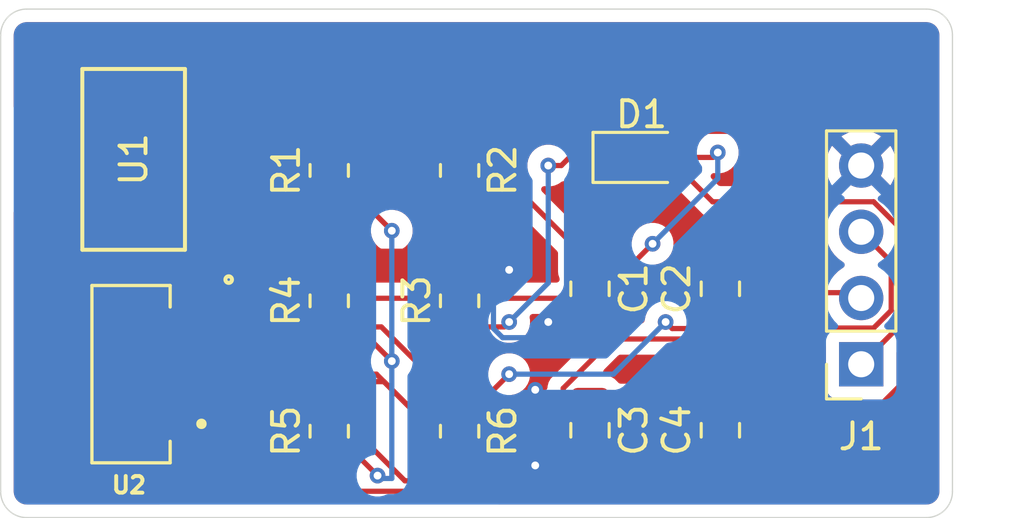
<source format=kicad_pcb>
(kicad_pcb (version 20241229) (generator "pcbnew") (generator_version "9.0")
  (layers (0 "F.Cu" signal) (2 "B.Cu" signal) (13 "F.Paste" user) (15 "B.Paste" user) (5 "F.SilkS" user "F.Silkscreen") (7 "B.SilkS" user "B.Silkscreen") (1 "F.Mask" user) (3 "B.Mask" user) (25 "Edge.Cuts" user))
  (net 0 "")
  (net 1 "+5V")
  (net 2 "GND")
  (net 3 "+3.3V")
  (net 4 "Net-(U2-VDD)")
  (net 5 "Net-(D1-K)")
  (net 6 "/SDA")
  (net 7 "/SCL")
  (net 8 "Net-(U1-ADJUST)")
  (footprint "Resistor_SMD:R_0805_2012Metric_Pad1.20x1.40mm_HandSolder" (layer "F.Cu") (at 148.1 79.18855 90)
    (property "Reference" "R1" (at 0 -1.65 90) (layer "F.SilkS"))
    (property "Value" "240")
    (fp_line (start -0.227064 -0.735) (end 0.227064 -0.735) (stroke (width 0.12)) (layer "F.SilkS"))
    (fp_line (start -0.227064 0.735) (end 0.227064 0.735) (stroke (width 0.12)) (layer "F.SilkS"))
    (pad "1" smd roundrect (at -1 0 90) (size 1.2 1.4) (layers "F.Cu" "F.Mask" "F.Paste") (roundrect_rratio 0.208333) (net 3 "+3.3V"))
    (pad "2" smd roundrect (at 1 0 90) (size 1.2 1.4) (layers "F.Cu" "F.Mask" "F.Paste") (roundrect_rratio 0.208333) (net 8 "Net-(U1-ADJUST)"))
  )
  (footprint "VEML7700_TT:XDCR_VEML7700-TT" (layer "F.Cu") (at 140.5 87 180)
    (property "Reference" "U2" (at 0.082 -4.2564 0) (layer "F.SilkS") (effects (font (size 0.64 0.64))))
    (property "Value" "VEML7700-TT")
    (fp_line (start 1.5 3.4) (end -1.5 3.4) (stroke (width 0.127)) (layer "F.SilkS"))
    (fp_line (start 1.5 -3.4) (end 1.5 3.4) (stroke (width 0.127)) (layer "F.SilkS"))
    (fp_line (start -1.5 3.4) (end -1.5 2.575) (stroke (width 0.127)) (layer "F.SilkS"))
    (fp_line (start -1.5 -2.575) (end -1.5 -3.4) (stroke (width 0.127)) (layer "F.SilkS"))
    (fp_line (start -1.5 -3.4) (end 1.5 -3.4) (stroke (width 0.127)) (layer "F.SilkS"))
    (fp_circle (center -2.7 -1.905) (end -2.6 -1.905) (stroke (width 0.2)) (fill no) (layer "F.SilkS"))
    (pad "1" smd rect (at -0.9 -1.905 180) (size 1.6 0.7) (layers "F.Cu" "F.Mask" "F.Paste") (net 7 "/SCL"))
    (pad "2" smd rect (at -0.9 -0.635 180) (size 1.6 0.7) (layers "F.Cu" "F.Mask" "F.Paste") (net 4 "Net-(U2-VDD)"))
    (pad "3" smd rect (at -0.9 0.635 180) (size 1.6 0.7) (layers "F.Cu" "F.Mask" "F.Paste") (net 2 "GND"))
    (pad "4" smd rect (at -0.9 1.905 180) (size 1.6 0.7) (layers "F.Cu" "F.Mask" "F.Paste") (net 6 "/SDA"))
  )
  (footprint "Resistor_SMD:R_0805_2012Metric_Pad1.20x1.40mm_HandSolder" (layer "F.Cu") (at 148.1 89.18855 90)
    (property "Reference" "R5" (at 0 -1.65 90) (layer "F.SilkS"))
    (property "Value" "4.7k")
    (fp_line (start -0.227064 -0.735) (end 0.227064 -0.735) (stroke (width 0.12)) (layer "F.SilkS"))
    (fp_line (start -0.227064 0.735) (end 0.227064 0.735) (stroke (width 0.12)) (layer "F.SilkS"))
    (pad "1" smd roundrect (at -1 0 90) (size 1.2 1.4) (layers "F.Cu" "F.Mask" "F.Paste") (roundrect_rratio 0.208333) (net 3 "+3.3V"))
    (pad "2" smd roundrect (at 1 0 90) (size 1.2 1.4) (layers "F.Cu" "F.Mask" "F.Paste") (roundrect_rratio 0.208333) (net 7 "/SCL"))
  )
  (footprint "footprints:SOT223-3_ONS" (layer "F.Cu") (at 140.6 78.76355 90)
    (property "Reference" "U1" (at 0 0 90) (layer "F.SilkS"))
    (property "Value" "LM317MBSTT3G")
    (fp_poly (pts (xy 1.6256 -4.0005) (xy -1.6256 -4.0005) (xy -1.6256 -2.4511) (xy 1.6256 -2.4511)) (fill yes) (layer "F.Cu"))
    (fp_line (start 3.4671 -1.9685) (end -3.4671 -1.9685) (stroke (width 0.1524)) (layer "F.SilkS"))
    (fp_line (start -3.4671 -1.9685) (end -3.4671 1.9685) (stroke (width 0.1524)) (layer "F.SilkS"))
    (fp_line (start 3.4671 1.9685) (end 3.4671 -1.9685) (stroke (width 0.1524)) (layer "F.SilkS"))
    (fp_line (start -3.4671 1.9685) (end 3.4671 1.9685) (stroke (width 0.1524)) (layer "F.SilkS"))
    (fp_circle (center -4.6101 3.6449) (end -4.4831 3.6449) (stroke (width 0.1524)) (fill no) (layer "F.SilkS"))
    (pad "1" smd rect (at -2.2987 3.2258 90) (size 0.6096 1.5494) (layers "F.Cu" "F.Mask" "F.Paste") (net 8 "Net-(U1-ADJUST)"))
    (pad "2" smd rect (at 0 3.2258 90) (size 0.6096 1.5494) (layers "F.Cu" "F.Mask" "F.Paste") (net 3 "+3.3V"))
    (pad "3" smd rect (at 2.2987 3.2258 90) (size 0.6096 1.5494) (layers "F.Cu" "F.Mask" "F.Paste") (net 1 "+5V"))
  )
  (footprint "Capacitor_SMD:C_0805_2012Metric_Pad1.18x1.45mm_HandSolder" (layer "F.Cu") (at 163.1 83.72605 90)
    (property "Reference" "C2" (at 0 -1.68 90) (layer "F.SilkS"))
    (property "Value" "1.0uF")
    (fp_line (start -0.261252 -0.735) (end 0.261252 -0.735) (stroke (width 0.12)) (layer "F.SilkS"))
    (fp_line (start -0.261252 0.735) (end 0.261252 0.735) (stroke (width 0.12)) (layer "F.SilkS"))
    (pad "1" smd roundrect (at -1.0375 0 90) (size 1.175 1.45) (layers "F.Cu" "F.Mask" "F.Paste") (roundrect_rratio 0.212766) (net 3 "+3.3V"))
    (pad "2" smd roundrect (at 1.0375 0 90) (size 1.175 1.45) (layers "F.Cu" "F.Mask" "F.Paste") (roundrect_rratio 0.212766) (net 2 "GND"))
  )
  (footprint "Connector_PinSocket_2.54mm:PinSocket_1x04_P2.54mm_Vertical" (layer "F.Cu") (at 168.5 86.62 180)
    (property "Reference" "J1" (at 0 -2.77 0) (layer "F.SilkS"))
    (property "Value" "Conn_01x04_Pin")
    (fp_line (start 1.33 1.27) (end 1.33 8.95) (stroke (width 0.12)) (layer "F.SilkS"))
    (fp_line (start 1.33 -1.33) (end 1.33 0) (stroke (width 0.12)) (layer "F.SilkS"))
    (fp_line (start 0 -1.33) (end 1.33 -1.33) (stroke (width 0.12)) (layer "F.SilkS"))
    (fp_line (start -1.33 8.95) (end 1.33 8.95) (stroke (width 0.12)) (layer "F.SilkS"))
    (fp_line (start -1.33 1.27) (end 1.33 1.27) (stroke (width 0.12)) (layer "F.SilkS"))
    (fp_line (start -1.33 1.27) (end -1.33 8.95) (stroke (width 0.12)) (layer "F.SilkS"))
    (pad "1" thru_hole rect (at 0 0 180) (size 1.7 1.7) (drill 1) (layers "*.Cu" "*.Mask") (net 1 "+5V"))
    (pad "2" thru_hole circle (at 0 2.54 180) (size 1.7 1.7) (drill 1) (layers "*.Cu" "*.Mask") (net 6 "/SDA"))
    (pad "3" thru_hole circle (at 0 5.08 180) (size 1.7 1.7) (drill 1) (layers "*.Cu" "*.Mask") (net 7 "/SCL"))
    (pad "4" thru_hole circle (at 0 7.62 180) (size 1.7 1.7) (drill 1) (layers "*.Cu" "*.Mask") (net 2 "GND"))
  )
  (footprint "Resistor_SMD:R_0805_2012Metric_Pad1.20x1.40mm_HandSolder" (layer "F.Cu") (at 153.1 89.18855 -90)
    (property "Reference" "R6" (at 0 -1.65 90) (layer "F.SilkS"))
    (property "Value" "10")
    (fp_line (start -0.227064 0.735) (end 0.227064 0.735) (stroke (width 0.12)) (layer "F.SilkS"))
    (fp_line (start -0.227064 -0.735) (end 0.227064 -0.735) (stroke (width 0.12)) (layer "F.SilkS"))
    (pad "1" smd roundrect (at -1 0 270) (size 1.2 1.4) (layers "F.Cu" "F.Mask" "F.Paste") (roundrect_rratio 0.208333) (net 3 "+3.3V"))
    (pad "2" smd roundrect (at 1 0 270) (size 1.2 1.4) (layers "F.Cu" "F.Mask" "F.Paste") (roundrect_rratio 0.208333) (net 4 "Net-(U2-VDD)"))
  )
  (footprint "Capacitor_SMD:C_0805_2012Metric_Pad1.18x1.45mm_HandSolder" (layer "F.Cu") (at 158.1 89.15105 -90)
    (property "Reference" "C3" (at 0 -1.68 90) (layer "F.SilkS"))
    (property "Value" "10uF")
    (fp_line (start -0.261252 0.735) (end 0.261252 0.735) (stroke (width 0.12)) (layer "F.SilkS"))
    (fp_line (start -0.261252 -0.735) (end 0.261252 -0.735) (stroke (width 0.12)) (layer "F.SilkS"))
    (pad "1" smd roundrect (at -1.0375 0 270) (size 1.175 1.45) (layers "F.Cu" "F.Mask" "F.Paste") (roundrect_rratio 0.212766) (net 4 "Net-(U2-VDD)"))
    (pad "2" smd roundrect (at 1.0375 0 270) (size 1.175 1.45) (layers "F.Cu" "F.Mask" "F.Paste") (roundrect_rratio 0.212766) (net 2 "GND"))
  )
  (footprint "LED_SMD:LED_0805_2012Metric_Pad1.15x1.40mm_HandSolder" (layer "F.Cu") (at 160.075 78.68855)
    (property "Reference" "D1" (at 0 -1.65 0) (layer "F.SilkS"))
    (property "Value" "LED")
    (fp_line (start -1.86 -0.96) (end -1.86 0.96) (stroke (width 0.12)) (layer "F.SilkS"))
    (fp_line (start -1.86 0.96) (end 1 0.96) (stroke (width 0.12)) (layer "F.SilkS"))
    (fp_line (start 1 -0.96) (end -1.86 -0.96) (stroke (width 0.12)) (layer "F.SilkS"))
    (pad "1" smd roundrect (at -1.025 0) (size 1.15 1.4) (layers "F.Cu" "F.Mask" "F.Paste") (roundrect_rratio 0.217391) (net 5 "Net-(D1-K)"))
    (pad "2" smd roundrect (at 1.025 0) (size 1.15 1.4) (layers "F.Cu" "F.Mask" "F.Paste") (roundrect_rratio 0.217391) (net 1 "+5V"))
  )
  (footprint "Resistor_SMD:R_0805_2012Metric_Pad1.20x1.40mm_HandSolder" (layer "F.Cu") (at 153.1 84.18855 90)
    (property "Reference" "R3" (at 0 -1.65 90) (layer "F.SilkS"))
    (property "Value" "R")
    (fp_line (start -0.227064 -0.735) (end 0.227064 -0.735) (stroke (width 0.12)) (layer "F.SilkS"))
    (fp_line (start -0.227064 0.735) (end 0.227064 0.735) (stroke (width 0.12)) (layer "F.SilkS"))
    (pad "1" smd roundrect (at -1 0 90) (size 1.2 1.4) (layers "F.Cu" "F.Mask" "F.Paste") (roundrect_rratio 0.208333) (net 5 "Net-(D1-K)"))
    (pad "2" smd roundrect (at 1 0 90) (size 1.2 1.4) (layers "F.Cu" "F.Mask" "F.Paste") (roundrect_rratio 0.208333) (net 2 "GND"))
  )
  (footprint "Resistor_SMD:R_0805_2012Metric_Pad1.20x1.40mm_HandSolder" (layer "F.Cu") (at 153.1 79.18855 -90)
    (property "Reference" "R2" (at 0 -1.65 90) (layer "F.SilkS"))
    (property "Value" "390")
    (fp_line (start -0.227064 0.735) (end 0.227064 0.735) (stroke (width 0.12)) (layer "F.SilkS"))
    (fp_line (start -0.227064 -0.735) (end 0.227064 -0.735) (stroke (width 0.12)) (layer "F.SilkS"))
    (pad "1" smd roundrect (at -1 0 270) (size 1.2 1.4) (layers "F.Cu" "F.Mask" "F.Paste") (roundrect_rratio 0.208333) (net 8 "Net-(U1-ADJUST)"))
    (pad "2" smd roundrect (at 1 0 270) (size 1.2 1.4) (layers "F.Cu" "F.Mask" "F.Paste") (roundrect_rratio 0.208333) (net 2 "GND"))
  )
  (footprint "Capacitor_SMD:C_0805_2012Metric_Pad1.18x1.45mm_HandSolder" (layer "F.Cu") (at 163.1 89.15105 90)
    (property "Reference" "C4" (at 0 -1.68 90) (layer "F.SilkS"))
    (property "Value" "100nF")
    (fp_line (start -0.261252 -0.735) (end 0.261252 -0.735) (stroke (width 0.12)) (layer "F.SilkS"))
    (fp_line (start -0.261252 0.735) (end 0.261252 0.735) (stroke (width 0.12)) (layer "F.SilkS"))
    (pad "1" smd roundrect (at -1.0375 0 90) (size 1.175 1.45) (layers "F.Cu" "F.Mask" "F.Paste") (roundrect_rratio 0.212766) (net 4 "Net-(U2-VDD)"))
    (pad "2" smd roundrect (at 1.0375 0 90) (size 1.175 1.45) (layers "F.Cu" "F.Mask" "F.Paste") (roundrect_rratio 0.212766) (net 2 "GND"))
  )
  (footprint "Resistor_SMD:R_0805_2012Metric_Pad1.20x1.40mm_HandSolder" (layer "F.Cu") (at 148.1 84.18855 90)
    (property "Reference" "R4" (at 0 -1.65 90) (layer "F.SilkS"))
    (property "Value" "4.7k")
    (fp_line (start -0.227064 -0.735) (end 0.227064 -0.735) (stroke (width 0.12)) (layer "F.SilkS"))
    (fp_line (start -0.227064 0.735) (end 0.227064 0.735) (stroke (width 0.12)) (layer "F.SilkS"))
    (pad "1" smd roundrect (at -1 0 90) (size 1.2 1.4) (layers "F.Cu" "F.Mask" "F.Paste") (roundrect_rratio 0.208333) (net 3 "+3.3V"))
    (pad "2" smd roundrect (at 1 0 90) (size 1.2 1.4) (layers "F.Cu" "F.Mask" "F.Paste") (roundrect_rratio 0.208333) (net 6 "/SDA"))
  )
  (footprint "Capacitor_SMD:C_0805_2012Metric_Pad1.18x1.45mm_HandSolder" (layer "F.Cu") (at 158.1 83.72605 -90)
    (property "Reference" "C1" (at 0 -1.68 90) (layer "F.SilkS"))
    (property "Value" "0.1uF")
    (fp_line (start -0.261252 0.735) (end 0.261252 0.735) (stroke (width 0.12)) (layer "F.SilkS"))
    (fp_line (start -0.261252 -0.735) (end 0.261252 -0.735) (stroke (width 0.12)) (layer "F.SilkS"))
    (pad "1" smd roundrect (at -1.0375 0 270) (size 1.175 1.45) (layers "F.Cu" "F.Mask" "F.Paste") (roundrect_rratio 0.212766) (net 1 "+5V"))
    (pad "2" smd roundrect (at 1.0375 0 270) (size 1.175 1.45) (layers "F.Cu" "F.Mask" "F.Paste") (roundrect_rratio 0.212766) (net 2 "GND"))
  )
  (gr_arc (start 135.5 74) (mid 135.792893 73.292893) (end 136.5 73) (stroke (width 0.05)) (layer "Edge.Cuts"))
  (gr_line (start 136.5 73) (end 171 73) (stroke (width 0.05)) (layer "Edge.Cuts"))
  (gr_line (start 171 92.5) (end 136.5 92.5) (stroke (width 0.05)) (layer "Edge.Cuts"))
  (gr_line (start 172 74) (end 172 91.5) (stroke (width 0.05)) (layer "Edge.Cuts"))
  (gr_arc (start 136.5 92.5) (mid 135.792893 92.207107) (end 135.5 91.5) (stroke (width 0.05)) (layer "Edge.Cuts"))
  (gr_line (start 135.5 91.5) (end 135.5 74) (stroke (width 0.05)) (layer "Edge.Cuts"))
  (gr_arc (start 172 91.5) (mid 171.707107 92.207107) (end 171 92.5) (stroke (width 0.05)) (layer "Edge.Cuts"))
  (gr_arc (start 171 73) (mid 171.707107 73.292893) (end 172 74) (stroke (width 0.05)) (layer "Edge.Cuts"))
  (segment (start 162.81145 78.68855) (end 163 78.5) (width 0.2) (layer "F.Cu") (net 1))
  (segment (start 162.80045 80.389) (end 168.97676 80.389) (width 0.2) (layer "F.Cu") (net 1))
  (segment (start 154.501 79.08955) (end 146.4505 79.08955) (width 0.2) (layer "F.Cu") (net 1))
  (segment (start 146.4505 79.08955) (end 143.8258 76.46485) (width 0.2) (layer "F.Cu") (net 1))
  (segment (start 159.81145 82.68855) (end 158.1 82.68855) (width 0.2) (layer "F.Cu") (net 1))
  (segment (start 160.5 82) (end 159.81145 82.68855) (width 0.2) (layer "F.Cu") (net 1))
  (segment (start 158.1 82.68855) (end 154.501 79.08955) (width 0.2) (layer "F.Cu") (net 1))
  (segment (start 170.052 85.068) (end 168.5 86.62) (width 0.2) (layer "F.Cu") (net 1))
  (segment (start 161.1 78.68855) (end 162.80045 80.389) (width 0.2) (layer "F.Cu") (net 1))
  (segment (start 170.052 81.46424) (end 170.052 85.068) (width 0.2) (layer "F.Cu") (net 1))
  (segment (start 161.1 78.68855) (end 162.81145 78.68855) (width 0.2) (layer "F.Cu") (net 1))
  (segment (start 168.97676 80.389) (end 170.052 81.46424) (width 0.2) (layer "F.Cu") (net 1))
  (via (at 160.5 82) (size 0.6) (drill 0.3) (layers "F.Cu" "B.Cu") (net 1))
  (via (at 163 78.5) (size 0.6) (drill 0.3) (layers "F.Cu" "B.Cu") (net 1))
  (segment (start 163 78.5) (end 163 79.5) (width 0.2) (layer "B.Cu") (net 1))
  (segment (start 163 79.5) (end 160.5 82) (width 0.2) (layer "B.Cu") (net 1))
  (segment (start 140.299 85.746) (end 140.299 84.444) (width 0.2) (layer "F.Cu") (net 2))
  (segment (start 156.5 85) (end 157.86355 85) (width 0.2) (layer "F.Cu") (net 2))
  (segment (start 153.1 83.18855) (end 154.81145 83.18855) (width 0.2) (layer "F.Cu") (net 2))
  (segment (start 164.5 89.51355) (end 163.1 88.11355) (width 0.2) (layer "F.Cu") (net 2))
  (segment (start 157.86355 85) (end 158.1 84.76355) (width 0.2) (layer "F.Cu") (net 2))
  (segment (start 158.1 90.18855) (end 158.9885 91.07705) (width 0.2) (layer "F.Cu") (net 2))
  (segment (start 163.81016 91.07705) (end 164.5 90.38721) (width 0.2) (layer "F.Cu") (net 2))
  (segment (start 140.299 84.444) (end 142.45545 82.28755) (width 0.2) (layer "F.Cu") (net 2))
  (segment (start 153.1 80.18855) (end 153.1 83.18855) (width 0.2) (layer "F.Cu") (net 2))
  (segment (start 156 87.5) (end 156 87.6) (width 0.2) (layer "F.Cu") (net 2))
  (segment (start 170.453 80.953) (end 168.5 79) (width 0.2) (layer "F.Cu") (net 2))
  (segment (start 158.9885 91.07705) (end 163.81016 91.07705) (width 0.2) (layer "F.Cu") (net 2))
  (segment (start 160.224 79.81255) (end 160.224 78.00339) (width 0.2) (layer "F.Cu") (net 2))
  (segment (start 169.30845 88.11355) (end 170.453 86.969) (width 0.2) (layer "F.Cu") (net 2))
  (segment (start 158.1 84.76355) (end 158.1 85.4) (width 0.2) (layer "F.Cu") (net 2))
  (segment (start 158.1 85.4) (end 156 87.5) (width 0.2) (layer "F.Cu") (net 2))
  (segment (start 152.199 82.28755) (end 153.1 83.18855) (width 0.2) (layer "F.Cu") (net 2))
  (segment (start 140.918 86.365) (end 140.299 85.746) (width 0.2) (layer "F.Cu") (net 2))
  (segment (start 163.1 88.11355) (end 169.30845 88.11355) (width 0.2) (layer "F.Cu") (net 2))
  (segment (start 154.81145 83.18855) (end 155 83) (width 0.2) (layer "F.Cu") (net 2))
  (segment (start 156 90.5) (end 156.5 90.5) (width 0.2) (layer "F.Cu") (net 2))
  (segment (start 163.1 82.68855) (end 160.224 79.81255) (width 0.2) (layer "F.Cu") (net 2))
  (segment (start 170.453 86.969) (end 170.453 80.953) (width 0.2) (layer "F.Cu") (net 2))
  (segment (start 164.5 90.38721) (end 164.5 89.51355) (width 0.2) (layer "F.Cu") (net 2))
  (segment (start 167.18755 77.68755) (end 168.5 79) (width 0.2) (layer "F.Cu") (net 2))
  (segment (start 160.224 78.00339) (end 160.53984 77.68755) (width 0.2) (layer "F.Cu") (net 2))
  (segment (start 156.5 90.5) (end 156.81145 90.18855) (width 0.2) (layer "F.Cu") (net 2))
  (segment (start 160.53984 77.68755) (end 167.18755 77.68755) (width 0.2) (layer "F.Cu") (net 2))
  (segment (start 142.45545 82.28755) (end 152.199 82.28755) (width 0.2) (layer "F.Cu") (net 2))
  (segment (start 141.4 86.365) (end 140.918 86.365) (width 0.2) (layer "F.Cu") (net 2))
  (segment (start 156.81145 90.18855) (end 158.1 90.18855) (width 0.2) (layer "F.Cu") (net 2))
  (via (at 156 87.6) (size 0.6) (drill 0.3) (layers "F.Cu" "B.Cu") (net 2))
  (via (at 156 90.5) (size 0.6) (drill 0.3) (layers "F.Cu" "B.Cu") (net 2))
  (via (at 156.5 85) (size 0.6) (drill 0.3) (layers "F.Cu" "B.Cu") (net 2))
  (via (at 155 83) (size 0.6) (drill 0.3) (layers "F.Cu" "B.Cu") (net 2))
  (segment (start 155 83) (end 154.399 83.601) (width 0.2) (layer "B.Cu") (net 2))
  (segment (start 156 87.6) (end 156 90.5) (width 0.2) (layer "B.Cu") (net 2))
  (segment (start 154.399 85.248943) (end 154.751057 85.601) (width 0.2) (layer "B.Cu") (net 2))
  (segment (start 154.751057 85.601) (end 155.899 85.601) (width 0.2) (layer "B.Cu") (net 2))
  (segment (start 154.399 83.601) (end 154.399 85.248943) (width 0.2) (layer "B.Cu") (net 2))
  (segment (start 155.899 85.601) (end 156.5 85) (width 0.2) (layer "B.Cu") (net 2))
  (segment (start 143.8258 78.76355) (end 145.2508 80.18855) (width 0.2) (layer "F.Cu") (net 3))
  (segment (start 163.1 84.76355) (end 163.501 85.16455) (width 0.2) (layer "F.Cu") (net 3))
  (segment (start 155 87) (end 153.81145 88.18855) (width 0.2) (layer "F.Cu") (net 3))
  (segment (start 145.2508 80.18855) (end 148.1 80.18855) (width 0.2) (layer "F.Cu") (net 3))
  (segment (start 149.18855 85.18855) (end 148.1 85.18855) (width 0.2) (layer "F.Cu") (net 3))
  (segment (start 163.1 84.76355) (end 162.6125 85.25105) (width 0.2) (layer "F.Cu") (net 3))
  (segment (start 148.1 80.18855) (end 149.18855 80.18855) (width 0.2) (layer "F.Cu") (net 3))
  (segment (start 149.251473 90.18855) (end 148.1 90.18855) (width 0.2) (layer "F.Cu") (net 3))
  (segment (start 149.18855 80.18855) (end 150.5 81.5) (width 0.2) (layer "F.Cu") (net 3))
  (segment (start 148.1 85.18855) (end 150.1 85.18855) (width 0.2) (layer "F.Cu") (net 3))
  (segment (start 150.1 85.18855) (end 153.1 88.18855) (width 0.2) (layer "F.Cu") (net 3))
  (segment (start 149.953473 90.89055) (end 149.251473 90.18855) (width 0.2) (layer "F.Cu") (net 3))
  (segment (start 148.1 85.62145) (end 148.1 85.18855) (width 0.2) (layer "F.Cu") (net 3))
  (segment (start 161.25105 85.25105) (end 161 85) (width 0.2) (layer "F.Cu") (net 3))
  (segment (start 153.81145 88.18855) (end 153.1 88.18855) (width 0.2) (layer "F.Cu") (net 3))
  (segment (start 162.6125 85.25105) (end 161.25105 85.25105) (width 0.2) (layer "F.Cu") (net 3))
  (segment (start 150.5 86.5) (end 149.18855 85.18855) (width 0.2) (layer "F.Cu") (net 3))
  (via (at 149.953473 90.89055) (size 0.6) (drill 0.3) (layers "F.Cu" "B.Cu") (net 3))
  (via (at 161 85) (size 0.6) (drill 0.3) (layers "F.Cu" "B.Cu") (net 3))
  (via (at 150.5 81.5) (size 0.6) (drill 0.3) (layers "F.Cu" "B.Cu") (net 3))
  (via (at 155 87) (size 0.6) (drill 0.3) (layers "F.Cu" "B.Cu") (net 3))
  (via (at 150.5 86.5) (size 0.6) (drill 0.3) (layers "F.Cu" "B.Cu") (net 3))
  (segment (start 150.5 91) (end 150.062923 91) (width 0.2) (layer "B.Cu") (net 3))
  (segment (start 150.062923 91) (end 149.953473 90.89055) (width 0.2) (layer "B.Cu") (net 3))
  (segment (start 159 87) (end 155 87) (width 0.2) (layer "B.Cu") (net 3))
  (segment (start 150.5 86.5) (end 150.5 91) (width 0.2) (layer "B.Cu") (net 3))
  (segment (start 150.5 81.5) (end 150.5 86.5) (width 0.2) (layer "B.Cu") (net 3))
  (segment (start 161 85) (end 159 87) (width 0.2) (layer "B.Cu") (net 3))
  (segment (start 140.299 89.556) (end 140.299 88.254) (width 0.2) (layer "F.Cu") (net 4))
  (segment (start 150.199 87.28755) (end 153.1 90.18855) (width 0.2) (layer "F.Cu") (net 4))
  (segment (start 161.025 88.11355) (end 163.1 90.18855) (width 0.2) (layer "F.Cu") (net 4))
  (segment (start 158.1 88.11355) (end 161.025 88.11355) (width 0.2) (layer "F.Cu") (net 4))
  (segment (start 141.4 87.635) (end 141.85 87.635) (width 0.2) (layer "F.Cu") (net 4))
  (segment (start 141.85 87.635) (end 142.485 87) (width 0.2) (layer "F.Cu") (net 4))
  (segment (start 153.95126 91.49055) (end 142.23355 91.49055) (width 0.2) (layer "F.Cu") (net 4))
  (segment (start 163.1 90.18855) (end 160.87826 87.96681) (width 0.2) (layer "F.Cu") (net 4))
  (segment (start 142.485 87) (end 149.91145 87) (width 0.2) (layer "F.Cu") (net 4))
  (segment (start 149.91145 87) (end 153.1 90.18855) (width 0.2) (layer "F.Cu") (net 4))
  (segment (start 157.475 87.96681) (end 153.95126 91.49055) (width 0.2) (layer "F.Cu") (net 4))
  (segment (start 160.87826 87.96681) (end 157.475 87.96681) (width 0.2) (layer "F.Cu") (net 4))
  (segment (start 140.299 88.254) (end 141.26545 87.28755) (width 0.2) (layer "F.Cu") (net 4))
  (segment (start 141.26545 87.28755) (end 150.199 87.28755) (width 0.2) (layer "F.Cu") (net 4))
  (segment (start 142.23355 91.49055) (end 140.299 89.556) (width 0.2) (layer "F.Cu") (net 4))
  (segment (start 154.81145 85.18855) (end 155 85) (width 0.2) (layer "F.Cu") (net 5))
  (segment (start 153.1 85.18855) (end 153.126 85.21455) (width 0.2) (layer "F.Cu") (net 5))
  (segment (start 153.1 85.18855) (end 154.81145 85.18855) (width 0.2) (layer "F.Cu") (net 5))
  (segment (start 156.5 79) (end 157 79) (width 0.2) (layer "F.Cu") (net 5))
  (segment (start 157.31145 78.68855) (end 159.05 78.68855) (width 0.2) (layer "F.Cu") (net 5))
  (segment (start 157 79) (end 157.31145 78.68855) (width 0.2) (layer "F.Cu") (net 5))
  (via (at 156.5 79) (size 0.6) (drill 0.3) (layers "F.Cu" "B.Cu") (net 5))
  (via (at 155 85) (size 0.6) (drill 0.3) (layers "F.Cu" "B.Cu") (net 5))
  (segment (start 156.5 83.5) (end 156.5 79) (width 0.2) (layer "B.Cu") (net 5))
  (segment (start 155 85) (end 156.5 83.5) (width 0.2) (layer "B.Cu") (net 5))
  (segment (start 149.001 84.08955) (end 157.17534 84.08955) (width 0.2) (layer "F.Cu") (net 6))
  (segment (start 146.19355 85.095) (end 148.1 83.18855) (width 0.2) (layer "F.Cu") (net 6))
  (segment (start 141.4 85.095) (end 146.19355 85.095) (width 0.2) (layer "F.Cu") (net 6))
  (segment (start 168.29505 83.87505) (end 168.5 84.08) (width 0.2) (layer "F.Cu") (net 6))
  (segment (start 148.1 83.18855) (end 149.001 84.08955) (width 0.2) (layer "F.Cu") (net 6))
  (segment (start 157.17534 84.08955) (end 157.38984 83.87505) (width 0.2) (layer "F.Cu") (net 6))
  (segment (start 148.1 83.18855) (end 148.1 82.85579) (width 0.2) (layer "F.Cu") (net 6))
  (segment (start 157.38984 83.87505) (end 168.29505 83.87505) (width 0.2) (layer "F.Cu") (net 6))
  (segment (start 153.78516 91.08955) (end 157.074 87.80071) (width 0.2) (layer "F.Cu") (net 7))
  (segment (start 157.074 87.80071) (end 157.074 87.54089) (width 0.2) (layer "F.Cu") (net 7))
  (segment (start 141.4 88.905) (end 147.38355 88.905) (width 0.2) (layer "F.Cu") (net 7))
  (segment (start 169.651 82.691) (end 168.5 81.54) (width 0.2) (layer "F.Cu") (net 7))
  (segment (start 158.96284 85.65205) (end 164.124 85.65205) (width 0.2) (layer "F.Cu") (net 7))
  (segment (start 164.124 85.65205) (end 164.54505 85.231) (width 0.2) (layer "F.Cu") (net 7))
  (segment (start 164.54505 85.231) (end 168.97676 85.231) (width 0.2) (layer "F.Cu") (net 7))
  (segment (start 148.1 88.18855) (end 151.001 91.08955) (width 0.2) (layer "F.Cu") (net 7))
  (segment (start 157.074 87.54089) (end 158.96284 85.65205) (width 0.2) (layer "F.Cu") (net 7))
  (segment (start 169.651 84.55676) (end 169.651 82.691) (width 0.2) (layer "F.Cu") (net 7))
  (segment (start 151.001 91.08955) (end 153.78516 91.08955) (width 0.2) (layer "F.Cu") (net 7))
  (segment (start 147.38355 88.905) (end 148.1 88.18855) (width 0.2) (layer "F.Cu") (net 7))
  (segment (start 168.97676 85.231) (end 169.651 84.55676) (width 0.2) (layer "F.Cu") (net 7))
  (segment (start 148.1 78.18855) (end 153.1 78.18855) (width 0.2) (layer "F.Cu") (net 8))
  (segment (start 143.8258 81.06225) (end 142.7501 79.98655) (width 0.2) (layer "F.Cu") (net 8))
  (segment (start 142.7501 79.98655) (end 142.7501 75.85905) (width 0.2) (layer "F.Cu") (net 8))
  (segment (start 142.7501 75.85905) (end 145.7705 75.85905) (width 0.2) (layer "F.Cu") (net 8))
  (segment (start 145.7705 75.85905) (end 148.1 78.18855) (width 0.2) (layer "F.Cu") (net 8))
  (zone (net 2) (net_name "GND") (layers "F.Cu" "B.Cu") (connect_pads (clearance 0.5)) (min_thickness 0.25) (fill yes (thermal_gap 0.5) (thermal_bridge_width 0.5))
    (polygon (pts (xy 135.5 73) (xy 172 73) (xy 172 92.5) (xy 135.5 92.5)))
  )
)
</source>
